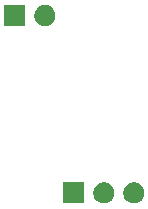
<source format=gbr>
G04 #@! TF.GenerationSoftware,KiCad,Pcbnew,5.1.5*
G04 #@! TF.CreationDate,2019-11-23T18:51:37+01:00*
G04 #@! TF.ProjectId,leg_sensor_board,6c65675f-7365-46e7-936f-725f626f6172,rev?*
G04 #@! TF.SameCoordinates,Original*
G04 #@! TF.FileFunction,Soldermask,Bot*
G04 #@! TF.FilePolarity,Negative*
%FSLAX46Y46*%
G04 Gerber Fmt 4.6, Leading zero omitted, Abs format (unit mm)*
G04 Created by KiCad (PCBNEW 5.1.5) date 2019-11-23 18:51:37*
%MOMM*%
%LPD*%
G04 APERTURE LIST*
%ADD10C,0.100000*%
G04 APERTURE END LIST*
D10*
G36*
X120193512Y-113103927D02*
G01*
X120342812Y-113133624D01*
X120506784Y-113201544D01*
X120654354Y-113300147D01*
X120779853Y-113425646D01*
X120878456Y-113573216D01*
X120946376Y-113737188D01*
X120981000Y-113911259D01*
X120981000Y-114088741D01*
X120946376Y-114262812D01*
X120878456Y-114426784D01*
X120779853Y-114574354D01*
X120654354Y-114699853D01*
X120506784Y-114798456D01*
X120342812Y-114866376D01*
X120193512Y-114896073D01*
X120168742Y-114901000D01*
X119991258Y-114901000D01*
X119966488Y-114896073D01*
X119817188Y-114866376D01*
X119653216Y-114798456D01*
X119505646Y-114699853D01*
X119380147Y-114574354D01*
X119281544Y-114426784D01*
X119213624Y-114262812D01*
X119179000Y-114088741D01*
X119179000Y-113911259D01*
X119213624Y-113737188D01*
X119281544Y-113573216D01*
X119380147Y-113425646D01*
X119505646Y-113300147D01*
X119653216Y-113201544D01*
X119817188Y-113133624D01*
X119966488Y-113103927D01*
X119991258Y-113099000D01*
X120168742Y-113099000D01*
X120193512Y-113103927D01*
G37*
G36*
X117653512Y-113103927D02*
G01*
X117802812Y-113133624D01*
X117966784Y-113201544D01*
X118114354Y-113300147D01*
X118239853Y-113425646D01*
X118338456Y-113573216D01*
X118406376Y-113737188D01*
X118441000Y-113911259D01*
X118441000Y-114088741D01*
X118406376Y-114262812D01*
X118338456Y-114426784D01*
X118239853Y-114574354D01*
X118114354Y-114699853D01*
X117966784Y-114798456D01*
X117802812Y-114866376D01*
X117653512Y-114896073D01*
X117628742Y-114901000D01*
X117451258Y-114901000D01*
X117426488Y-114896073D01*
X117277188Y-114866376D01*
X117113216Y-114798456D01*
X116965646Y-114699853D01*
X116840147Y-114574354D01*
X116741544Y-114426784D01*
X116673624Y-114262812D01*
X116639000Y-114088741D01*
X116639000Y-113911259D01*
X116673624Y-113737188D01*
X116741544Y-113573216D01*
X116840147Y-113425646D01*
X116965646Y-113300147D01*
X117113216Y-113201544D01*
X117277188Y-113133624D01*
X117426488Y-113103927D01*
X117451258Y-113099000D01*
X117628742Y-113099000D01*
X117653512Y-113103927D01*
G37*
G36*
X115901000Y-114901000D02*
G01*
X114099000Y-114901000D01*
X114099000Y-113099000D01*
X115901000Y-113099000D01*
X115901000Y-114901000D01*
G37*
G36*
X112653512Y-98103927D02*
G01*
X112802812Y-98133624D01*
X112966784Y-98201544D01*
X113114354Y-98300147D01*
X113239853Y-98425646D01*
X113338456Y-98573216D01*
X113406376Y-98737188D01*
X113441000Y-98911259D01*
X113441000Y-99088741D01*
X113406376Y-99262812D01*
X113338456Y-99426784D01*
X113239853Y-99574354D01*
X113114354Y-99699853D01*
X112966784Y-99798456D01*
X112802812Y-99866376D01*
X112653512Y-99896073D01*
X112628742Y-99901000D01*
X112451258Y-99901000D01*
X112426488Y-99896073D01*
X112277188Y-99866376D01*
X112113216Y-99798456D01*
X111965646Y-99699853D01*
X111840147Y-99574354D01*
X111741544Y-99426784D01*
X111673624Y-99262812D01*
X111639000Y-99088741D01*
X111639000Y-98911259D01*
X111673624Y-98737188D01*
X111741544Y-98573216D01*
X111840147Y-98425646D01*
X111965646Y-98300147D01*
X112113216Y-98201544D01*
X112277188Y-98133624D01*
X112426488Y-98103927D01*
X112451258Y-98099000D01*
X112628742Y-98099000D01*
X112653512Y-98103927D01*
G37*
G36*
X110901000Y-99901000D02*
G01*
X109099000Y-99901000D01*
X109099000Y-98099000D01*
X110901000Y-98099000D01*
X110901000Y-99901000D01*
G37*
M02*

</source>
